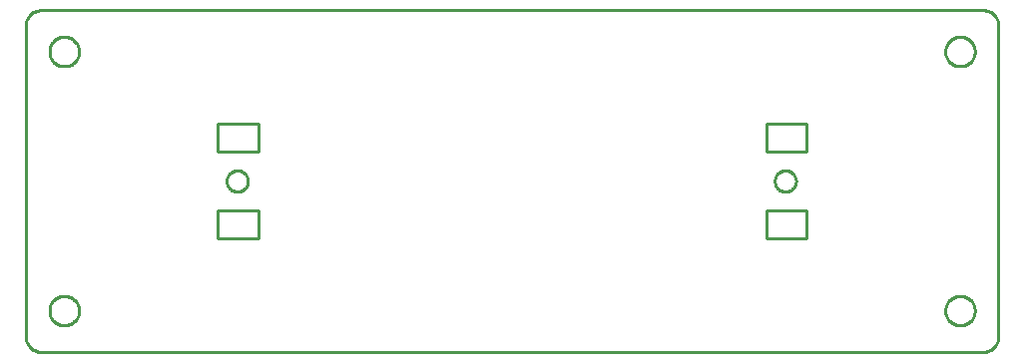
<source format=gbr>
G04 EAGLE Gerber X2 export*
%TF.Part,Single*%
%TF.FileFunction,Profile,NP*%
%TF.FilePolarity,Positive*%
%TF.GenerationSoftware,Autodesk,EAGLE,9.1.0*%
%TF.CreationDate,2020-06-24T00:00:20Z*%
G75*
%MOMM*%
%FSLAX34Y34*%
%LPD*%
%AMOC8*
5,1,8,0,0,1.08239X$1,22.5*%
G01*
%ADD10C,0.254000*%


D10*
X700Y12700D02*
X748Y11593D01*
X893Y10495D01*
X1133Y9413D01*
X1466Y8356D01*
X1890Y7333D01*
X2401Y6350D01*
X2997Y5416D01*
X3671Y4537D01*
X4420Y3720D01*
X5237Y2971D01*
X6116Y2297D01*
X7050Y1701D01*
X8033Y1190D01*
X9056Y766D01*
X10113Y433D01*
X11195Y193D01*
X12293Y48D01*
X13400Y0D01*
X813000Y0D01*
X814107Y48D01*
X815205Y193D01*
X816287Y433D01*
X817344Y766D01*
X818367Y1190D01*
X819350Y1701D01*
X820284Y2297D01*
X821163Y2971D01*
X821980Y3720D01*
X822729Y4537D01*
X823403Y5416D01*
X823999Y6350D01*
X824510Y7333D01*
X824934Y8356D01*
X825267Y9413D01*
X825507Y10495D01*
X825652Y11593D01*
X825700Y12700D01*
X825700Y277300D01*
X825652Y278407D01*
X825507Y279505D01*
X825267Y280587D01*
X824934Y281644D01*
X824510Y282667D01*
X823999Y283650D01*
X823403Y284584D01*
X822729Y285463D01*
X821980Y286280D01*
X821163Y287029D01*
X820284Y287703D01*
X819350Y288299D01*
X818367Y288810D01*
X817344Y289234D01*
X816287Y289567D01*
X815205Y289807D01*
X814107Y289952D01*
X813000Y290000D01*
X13400Y290000D01*
X12293Y289952D01*
X11195Y289807D01*
X10113Y289567D01*
X9056Y289234D01*
X8033Y288810D01*
X7050Y288299D01*
X6116Y287703D01*
X5237Y287029D01*
X4420Y286280D01*
X3671Y285463D01*
X2997Y284584D01*
X2401Y283650D01*
X1890Y282667D01*
X1466Y281644D01*
X1133Y280587D01*
X893Y279505D01*
X748Y278407D01*
X700Y277300D01*
X700Y12700D01*
X628700Y170000D02*
X662700Y170000D01*
X662700Y194000D01*
X628700Y194000D01*
X628700Y170000D01*
X163700Y96000D02*
X197700Y96000D01*
X197700Y120000D01*
X163700Y120000D01*
X163700Y96000D01*
X163700Y170000D02*
X197700Y170000D01*
X197700Y194000D01*
X163700Y194000D01*
X163700Y170000D01*
X628700Y96000D02*
X662700Y96000D01*
X662700Y120000D01*
X628700Y120000D01*
X628700Y96000D01*
X45700Y254509D02*
X45700Y255491D01*
X45623Y256470D01*
X45469Y257441D01*
X45240Y258396D01*
X44936Y259330D01*
X44561Y260237D01*
X44115Y261112D01*
X43601Y261950D01*
X43024Y262745D01*
X42386Y263492D01*
X41692Y264186D01*
X40945Y264824D01*
X40150Y265401D01*
X39312Y265915D01*
X38437Y266361D01*
X37530Y266736D01*
X36596Y267040D01*
X35641Y267269D01*
X34670Y267423D01*
X33691Y267500D01*
X32709Y267500D01*
X31730Y267423D01*
X30760Y267269D01*
X29804Y267040D01*
X28870Y266736D01*
X27963Y266361D01*
X27088Y265915D01*
X26250Y265401D01*
X25455Y264824D01*
X24708Y264186D01*
X24014Y263492D01*
X23376Y262745D01*
X22799Y261950D01*
X22285Y261112D01*
X21839Y260237D01*
X21464Y259330D01*
X21160Y258396D01*
X20931Y257441D01*
X20777Y256470D01*
X20700Y255491D01*
X20700Y254509D01*
X20777Y253530D01*
X20931Y252560D01*
X21160Y251604D01*
X21464Y250670D01*
X21839Y249763D01*
X22285Y248888D01*
X22799Y248050D01*
X23376Y247255D01*
X24014Y246508D01*
X24708Y245814D01*
X25455Y245176D01*
X26250Y244599D01*
X27088Y244085D01*
X27963Y243639D01*
X28870Y243264D01*
X29804Y242960D01*
X30760Y242731D01*
X31730Y242577D01*
X32709Y242500D01*
X33691Y242500D01*
X34670Y242577D01*
X35641Y242731D01*
X36596Y242960D01*
X37530Y243264D01*
X38437Y243639D01*
X39312Y244085D01*
X40150Y244599D01*
X40945Y245176D01*
X41692Y245814D01*
X42386Y246508D01*
X43024Y247255D01*
X43601Y248050D01*
X44115Y248888D01*
X44561Y249763D01*
X44936Y250670D01*
X45240Y251604D01*
X45469Y252560D01*
X45623Y253530D01*
X45700Y254509D01*
X805700Y34509D02*
X805700Y35491D01*
X805623Y36470D01*
X805469Y37441D01*
X805240Y38396D01*
X804936Y39330D01*
X804561Y40237D01*
X804115Y41112D01*
X803601Y41950D01*
X803024Y42745D01*
X802386Y43492D01*
X801692Y44186D01*
X800945Y44824D01*
X800150Y45401D01*
X799312Y45915D01*
X798437Y46361D01*
X797530Y46736D01*
X796596Y47040D01*
X795641Y47269D01*
X794670Y47423D01*
X793691Y47500D01*
X792709Y47500D01*
X791730Y47423D01*
X790760Y47269D01*
X789804Y47040D01*
X788870Y46736D01*
X787963Y46361D01*
X787088Y45915D01*
X786250Y45401D01*
X785455Y44824D01*
X784708Y44186D01*
X784014Y43492D01*
X783376Y42745D01*
X782799Y41950D01*
X782285Y41112D01*
X781839Y40237D01*
X781464Y39330D01*
X781160Y38396D01*
X780931Y37441D01*
X780777Y36470D01*
X780700Y35491D01*
X780700Y34509D01*
X780777Y33530D01*
X780931Y32560D01*
X781160Y31604D01*
X781464Y30670D01*
X781839Y29763D01*
X782285Y28888D01*
X782799Y28050D01*
X783376Y27255D01*
X784014Y26508D01*
X784708Y25814D01*
X785455Y25176D01*
X786250Y24599D01*
X787088Y24085D01*
X787963Y23639D01*
X788870Y23264D01*
X789804Y22960D01*
X790760Y22731D01*
X791730Y22577D01*
X792709Y22500D01*
X793691Y22500D01*
X794670Y22577D01*
X795641Y22731D01*
X796596Y22960D01*
X797530Y23264D01*
X798437Y23639D01*
X799312Y24085D01*
X800150Y24599D01*
X800945Y25176D01*
X801692Y25814D01*
X802386Y26508D01*
X803024Y27255D01*
X803601Y28050D01*
X804115Y28888D01*
X804561Y29763D01*
X804936Y30670D01*
X805240Y31604D01*
X805469Y32560D01*
X805623Y33530D01*
X805700Y34509D01*
X805700Y254509D02*
X805700Y255491D01*
X805623Y256470D01*
X805469Y257441D01*
X805240Y258396D01*
X804936Y259330D01*
X804561Y260237D01*
X804115Y261112D01*
X803601Y261950D01*
X803024Y262745D01*
X802386Y263492D01*
X801692Y264186D01*
X800945Y264824D01*
X800150Y265401D01*
X799312Y265915D01*
X798437Y266361D01*
X797530Y266736D01*
X796596Y267040D01*
X795641Y267269D01*
X794670Y267423D01*
X793691Y267500D01*
X792709Y267500D01*
X791730Y267423D01*
X790760Y267269D01*
X789804Y267040D01*
X788870Y266736D01*
X787963Y266361D01*
X787088Y265915D01*
X786250Y265401D01*
X785455Y264824D01*
X784708Y264186D01*
X784014Y263492D01*
X783376Y262745D01*
X782799Y261950D01*
X782285Y261112D01*
X781839Y260237D01*
X781464Y259330D01*
X781160Y258396D01*
X780931Y257441D01*
X780777Y256470D01*
X780700Y255491D01*
X780700Y254509D01*
X780777Y253530D01*
X780931Y252560D01*
X781160Y251604D01*
X781464Y250670D01*
X781839Y249763D01*
X782285Y248888D01*
X782799Y248050D01*
X783376Y247255D01*
X784014Y246508D01*
X784708Y245814D01*
X785455Y245176D01*
X786250Y244599D01*
X787088Y244085D01*
X787963Y243639D01*
X788870Y243264D01*
X789804Y242960D01*
X790760Y242731D01*
X791730Y242577D01*
X792709Y242500D01*
X793691Y242500D01*
X794670Y242577D01*
X795641Y242731D01*
X796596Y242960D01*
X797530Y243264D01*
X798437Y243639D01*
X799312Y244085D01*
X800150Y244599D01*
X800945Y245176D01*
X801692Y245814D01*
X802386Y246508D01*
X803024Y247255D01*
X803601Y248050D01*
X804115Y248888D01*
X804561Y249763D01*
X804936Y250670D01*
X805240Y251604D01*
X805469Y252560D01*
X805623Y253530D01*
X805700Y254509D01*
X45700Y34509D02*
X45700Y35491D01*
X45623Y36470D01*
X45469Y37441D01*
X45240Y38396D01*
X44936Y39330D01*
X44561Y40237D01*
X44115Y41112D01*
X43601Y41950D01*
X43024Y42745D01*
X42386Y43492D01*
X41692Y44186D01*
X40945Y44824D01*
X40150Y45401D01*
X39312Y45915D01*
X38437Y46361D01*
X37530Y46736D01*
X36596Y47040D01*
X35641Y47269D01*
X34670Y47423D01*
X33691Y47500D01*
X32709Y47500D01*
X31730Y47423D01*
X30760Y47269D01*
X29804Y47040D01*
X28870Y46736D01*
X27963Y46361D01*
X27088Y45915D01*
X26250Y45401D01*
X25455Y44824D01*
X24708Y44186D01*
X24014Y43492D01*
X23376Y42745D01*
X22799Y41950D01*
X22285Y41112D01*
X21839Y40237D01*
X21464Y39330D01*
X21160Y38396D01*
X20931Y37441D01*
X20777Y36470D01*
X20700Y35491D01*
X20700Y34509D01*
X20777Y33530D01*
X20931Y32560D01*
X21160Y31604D01*
X21464Y30670D01*
X21839Y29763D01*
X22285Y28888D01*
X22799Y28050D01*
X23376Y27255D01*
X24014Y26508D01*
X24708Y25814D01*
X25455Y25176D01*
X26250Y24599D01*
X27088Y24085D01*
X27963Y23639D01*
X28870Y23264D01*
X29804Y22960D01*
X30760Y22731D01*
X31730Y22577D01*
X32709Y22500D01*
X33691Y22500D01*
X34670Y22577D01*
X35641Y22731D01*
X36596Y22960D01*
X37530Y23264D01*
X38437Y23639D01*
X39312Y24085D01*
X40150Y24599D01*
X40945Y25176D01*
X41692Y25814D01*
X42386Y26508D01*
X43024Y27255D01*
X43601Y28050D01*
X44115Y28888D01*
X44561Y29763D01*
X44936Y30670D01*
X45240Y31604D01*
X45469Y32560D01*
X45623Y33530D01*
X45700Y34509D01*
X654000Y144607D02*
X654000Y145393D01*
X653932Y146176D01*
X653795Y146950D01*
X653592Y147709D01*
X653323Y148447D01*
X652991Y149160D01*
X652598Y149840D01*
X652147Y150484D01*
X651642Y151086D01*
X651086Y151642D01*
X650484Y152147D01*
X649840Y152598D01*
X649160Y152991D01*
X648447Y153323D01*
X647709Y153592D01*
X646950Y153795D01*
X646176Y153932D01*
X645393Y154000D01*
X644607Y154000D01*
X643824Y153932D01*
X643050Y153795D01*
X642291Y153592D01*
X641553Y153323D01*
X640840Y152991D01*
X640160Y152598D01*
X639516Y152147D01*
X638914Y151642D01*
X638358Y151086D01*
X637853Y150484D01*
X637402Y149840D01*
X637009Y149160D01*
X636677Y148447D01*
X636408Y147709D01*
X636205Y146950D01*
X636069Y146176D01*
X636000Y145393D01*
X636000Y144607D01*
X636069Y143824D01*
X636205Y143050D01*
X636408Y142291D01*
X636677Y141553D01*
X637009Y140840D01*
X637402Y140160D01*
X637853Y139516D01*
X638358Y138914D01*
X638914Y138358D01*
X639516Y137853D01*
X640160Y137402D01*
X640840Y137009D01*
X641553Y136677D01*
X642291Y136408D01*
X643050Y136205D01*
X643824Y136069D01*
X644607Y136000D01*
X645393Y136000D01*
X646176Y136069D01*
X646950Y136205D01*
X647709Y136408D01*
X648447Y136677D01*
X649160Y137009D01*
X649840Y137402D01*
X650484Y137853D01*
X651086Y138358D01*
X651642Y138914D01*
X652147Y139516D01*
X652598Y140160D01*
X652991Y140840D01*
X653323Y141553D01*
X653592Y142291D01*
X653795Y143050D01*
X653932Y143824D01*
X654000Y144607D01*
X189000Y144607D02*
X189000Y145393D01*
X188932Y146176D01*
X188795Y146950D01*
X188592Y147709D01*
X188323Y148447D01*
X187991Y149160D01*
X187598Y149840D01*
X187147Y150484D01*
X186642Y151086D01*
X186086Y151642D01*
X185484Y152147D01*
X184840Y152598D01*
X184160Y152991D01*
X183447Y153323D01*
X182709Y153592D01*
X181950Y153795D01*
X181176Y153932D01*
X180393Y154000D01*
X179607Y154000D01*
X178824Y153932D01*
X178050Y153795D01*
X177291Y153592D01*
X176553Y153323D01*
X175840Y152991D01*
X175160Y152598D01*
X174516Y152147D01*
X173914Y151642D01*
X173358Y151086D01*
X172853Y150484D01*
X172402Y149840D01*
X172009Y149160D01*
X171677Y148447D01*
X171408Y147709D01*
X171205Y146950D01*
X171069Y146176D01*
X171000Y145393D01*
X171000Y144607D01*
X171069Y143824D01*
X171205Y143050D01*
X171408Y142291D01*
X171677Y141553D01*
X172009Y140840D01*
X172402Y140160D01*
X172853Y139516D01*
X173358Y138914D01*
X173914Y138358D01*
X174516Y137853D01*
X175160Y137402D01*
X175840Y137009D01*
X176553Y136677D01*
X177291Y136408D01*
X178050Y136205D01*
X178824Y136069D01*
X179607Y136000D01*
X180393Y136000D01*
X181176Y136069D01*
X181950Y136205D01*
X182709Y136408D01*
X183447Y136677D01*
X184160Y137009D01*
X184840Y137402D01*
X185484Y137853D01*
X186086Y138358D01*
X186642Y138914D01*
X187147Y139516D01*
X187598Y140160D01*
X187991Y140840D01*
X188323Y141553D01*
X188592Y142291D01*
X188795Y143050D01*
X188932Y143824D01*
X189000Y144607D01*
M02*

</source>
